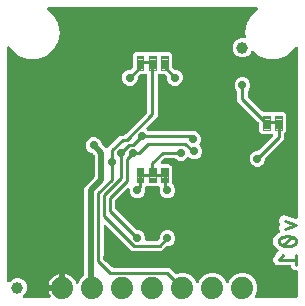
<source format=gbl>
G04 EAGLE Gerber RS-274X export*
G75*
%MOMM*%
%FSLAX34Y34*%
%LPD*%
%INBottom Copper*%
%IPPOS*%
%AMOC8*
5,1,8,0,0,1.08239X$1,22.5*%
G01*
%ADD10C,0.279400*%
%ADD11C,1.000000*%
%ADD12C,1.879600*%
%ADD13C,0.099059*%
%ADD14C,0.736600*%
%ADD15C,0.254000*%
%ADD16C,0.508000*%

G36*
X39865Y4070D02*
X39865Y4070D01*
X39905Y4067D01*
X40023Y4090D01*
X40141Y4105D01*
X40178Y4119D01*
X40217Y4127D01*
X40326Y4178D01*
X40437Y4222D01*
X40469Y4245D01*
X40505Y4262D01*
X40597Y4338D01*
X40694Y4408D01*
X40720Y4439D01*
X40750Y4464D01*
X40821Y4561D01*
X40897Y4653D01*
X40914Y4689D01*
X40938Y4722D01*
X40982Y4833D01*
X41033Y4941D01*
X41040Y4980D01*
X41055Y5017D01*
X41070Y5136D01*
X41092Y5253D01*
X41090Y5293D01*
X41095Y5333D01*
X41080Y5452D01*
X41073Y5571D01*
X41060Y5609D01*
X41055Y5648D01*
X41012Y5760D01*
X40975Y5873D01*
X40953Y5907D01*
X40939Y5944D01*
X40853Y6080D01*
X40589Y6443D01*
X39736Y8117D01*
X39155Y9904D01*
X39115Y10161D01*
X49530Y10161D01*
X49648Y10176D01*
X49767Y10183D01*
X49805Y10196D01*
X49845Y10201D01*
X49956Y10244D01*
X50069Y10281D01*
X50103Y10303D01*
X50141Y10318D01*
X50237Y10388D01*
X50338Y10451D01*
X50366Y10481D01*
X50398Y10504D01*
X50474Y10596D01*
X50556Y10683D01*
X50575Y10718D01*
X50601Y10749D01*
X50652Y10857D01*
X50709Y10961D01*
X50720Y11001D01*
X50737Y11037D01*
X50759Y11154D01*
X50789Y11269D01*
X50793Y11330D01*
X50797Y11350D01*
X50795Y11370D01*
X50799Y11430D01*
X50799Y12701D01*
X52070Y12701D01*
X52188Y12716D01*
X52307Y12723D01*
X52345Y12736D01*
X52385Y12741D01*
X52496Y12785D01*
X52609Y12821D01*
X52644Y12843D01*
X52681Y12858D01*
X52777Y12928D01*
X52878Y12991D01*
X52906Y13021D01*
X52939Y13045D01*
X53014Y13136D01*
X53096Y13223D01*
X53116Y13258D01*
X53141Y13290D01*
X53192Y13397D01*
X53250Y13502D01*
X53260Y13541D01*
X53277Y13577D01*
X53299Y13694D01*
X53329Y13809D01*
X53333Y13870D01*
X53337Y13890D01*
X53335Y13910D01*
X53339Y13970D01*
X53339Y24385D01*
X53596Y24345D01*
X55383Y23764D01*
X57057Y22911D01*
X58578Y21806D01*
X59906Y20478D01*
X61011Y18957D01*
X61864Y17283D01*
X62015Y16818D01*
X62028Y16791D01*
X62035Y16762D01*
X62095Y16647D01*
X62150Y16530D01*
X62169Y16507D01*
X62183Y16481D01*
X62271Y16385D01*
X62353Y16285D01*
X62377Y16268D01*
X62397Y16246D01*
X62506Y16174D01*
X62610Y16098D01*
X62638Y16087D01*
X62663Y16071D01*
X62786Y16029D01*
X62906Y15981D01*
X62936Y15977D01*
X62964Y15968D01*
X63093Y15957D01*
X63221Y15941D01*
X63251Y15945D01*
X63281Y15942D01*
X63409Y15965D01*
X63537Y15981D01*
X63565Y15992D01*
X63594Y15997D01*
X63712Y16050D01*
X63833Y16098D01*
X63857Y16115D01*
X63884Y16127D01*
X63985Y16208D01*
X64090Y16284D01*
X64109Y16307D01*
X64133Y16326D01*
X64210Y16429D01*
X64293Y16529D01*
X64306Y16556D01*
X64324Y16580D01*
X64395Y16725D01*
X65648Y19750D01*
X68970Y23072D01*
X69030Y23150D01*
X69098Y23222D01*
X69127Y23275D01*
X69164Y23323D01*
X69204Y23414D01*
X69252Y23501D01*
X69267Y23559D01*
X69291Y23615D01*
X69306Y23713D01*
X69331Y23809D01*
X69337Y23909D01*
X69341Y23929D01*
X69339Y23941D01*
X69341Y23969D01*
X69341Y96235D01*
X70192Y98289D01*
X77780Y105876D01*
X77840Y105954D01*
X77908Y106027D01*
X77937Y106080D01*
X77974Y106127D01*
X78014Y106218D01*
X78062Y106305D01*
X78077Y106364D01*
X78101Y106419D01*
X78116Y106517D01*
X78141Y106613D01*
X78147Y106713D01*
X78151Y106733D01*
X78149Y106746D01*
X78151Y106774D01*
X78151Y123952D01*
X78139Y124051D01*
X78136Y124150D01*
X78119Y124208D01*
X78111Y124268D01*
X78075Y124360D01*
X78047Y124455D01*
X78017Y124507D01*
X77994Y124564D01*
X77936Y124644D01*
X77886Y124729D01*
X77820Y124804D01*
X77808Y124821D01*
X77798Y124829D01*
X77780Y124850D01*
X76515Y126115D01*
X76507Y126120D01*
X76502Y126128D01*
X76382Y126218D01*
X76263Y126310D01*
X76255Y126313D01*
X76248Y126319D01*
X76103Y126390D01*
X73577Y127436D01*
X71683Y129330D01*
X70658Y131804D01*
X70658Y134482D01*
X71683Y136956D01*
X73577Y138850D01*
X76051Y139875D01*
X78729Y139875D01*
X81203Y138850D01*
X83097Y136956D01*
X84143Y134430D01*
X84148Y134422D01*
X84150Y134413D01*
X84227Y134284D01*
X84301Y134154D01*
X84307Y134147D01*
X84312Y134139D01*
X84418Y134018D01*
X86727Y131709D01*
X87172Y131264D01*
X87266Y131191D01*
X87356Y131112D01*
X87392Y131094D01*
X87424Y131069D01*
X87533Y131022D01*
X87639Y130968D01*
X87678Y130959D01*
X87716Y130943D01*
X87833Y130924D01*
X87949Y130898D01*
X87990Y130899D01*
X88030Y130893D01*
X88148Y130904D01*
X88267Y130908D01*
X88306Y130919D01*
X88346Y130923D01*
X88458Y130963D01*
X88573Y130996D01*
X88607Y131017D01*
X88646Y131030D01*
X88744Y131098D01*
X88847Y131158D01*
X88892Y131198D01*
X88909Y131209D01*
X88922Y131224D01*
X88967Y131264D01*
X100071Y142368D01*
X103355Y142368D01*
X103453Y142380D01*
X103552Y142383D01*
X103611Y142400D01*
X103671Y142408D01*
X103763Y142444D01*
X103858Y142472D01*
X103910Y142502D01*
X103966Y142525D01*
X104047Y142583D01*
X104132Y142633D01*
X104207Y142699D01*
X104224Y142711D01*
X104232Y142721D01*
X104253Y142739D01*
X122310Y160796D01*
X122370Y160875D01*
X122438Y160947D01*
X122467Y161000D01*
X122504Y161048D01*
X122544Y161139D01*
X122592Y161225D01*
X122607Y161284D01*
X122631Y161339D01*
X122646Y161437D01*
X122671Y161533D01*
X122677Y161633D01*
X122681Y161653D01*
X122679Y161666D01*
X122681Y161694D01*
X122681Y192558D01*
X122664Y192696D01*
X122651Y192835D01*
X122644Y192853D01*
X122641Y192873D01*
X122590Y193003D01*
X122543Y193134D01*
X122532Y193150D01*
X122524Y193169D01*
X122443Y193282D01*
X122364Y193397D01*
X122349Y193410D01*
X122338Y193426D01*
X122230Y193515D01*
X122126Y193607D01*
X122108Y193616D01*
X122093Y193629D01*
X121967Y193688D01*
X121842Y193752D01*
X121823Y193756D01*
X121805Y193765D01*
X121668Y193791D01*
X121532Y193821D01*
X121512Y193821D01*
X121493Y193824D01*
X121354Y193816D01*
X121214Y193811D01*
X121195Y193806D01*
X121175Y193805D01*
X121165Y193801D01*
X117885Y193801D01*
X117786Y193789D01*
X117687Y193786D01*
X117629Y193769D01*
X117569Y193761D01*
X117477Y193725D01*
X117382Y193697D01*
X117330Y193667D01*
X117273Y193644D01*
X117193Y193586D01*
X117108Y193536D01*
X117033Y193470D01*
X117016Y193458D01*
X117008Y193448D01*
X116987Y193430D01*
X115053Y191496D01*
X114993Y191418D01*
X114925Y191345D01*
X114896Y191292D01*
X114859Y191245D01*
X114819Y191154D01*
X114771Y191067D01*
X114756Y191008D01*
X114732Y190953D01*
X114717Y190855D01*
X114692Y190759D01*
X114686Y190659D01*
X114682Y190639D01*
X114684Y190626D01*
X114682Y190598D01*
X114682Y189161D01*
X113657Y186687D01*
X111763Y184793D01*
X109289Y183768D01*
X106611Y183768D01*
X104137Y184793D01*
X102243Y186687D01*
X101218Y189161D01*
X101218Y191839D01*
X102243Y194313D01*
X104137Y196207D01*
X106611Y197232D01*
X108048Y197232D01*
X108147Y197244D01*
X108246Y197247D01*
X108304Y197264D01*
X108364Y197272D01*
X108456Y197308D01*
X108551Y197336D01*
X108603Y197366D01*
X108660Y197389D01*
X108740Y197447D01*
X108825Y197497D01*
X108900Y197563D01*
X108917Y197575D01*
X108925Y197585D01*
X108946Y197603D01*
X109864Y198521D01*
X109924Y198599D01*
X109992Y198672D01*
X110021Y198725D01*
X110058Y198772D01*
X110098Y198863D01*
X110146Y198950D01*
X110161Y199009D01*
X110185Y199064D01*
X110200Y199162D01*
X110225Y199258D01*
X110231Y199358D01*
X110235Y199378D01*
X110233Y199391D01*
X110235Y199419D01*
X110235Y210523D01*
X112311Y212599D01*
X120861Y212599D01*
X120896Y212564D01*
X120984Y212495D01*
X121016Y212465D01*
X121024Y212461D01*
X121079Y212412D01*
X121115Y212394D01*
X121147Y212369D01*
X121256Y212322D01*
X121362Y212268D01*
X121402Y212259D01*
X121439Y212243D01*
X121556Y212224D01*
X121672Y212198D01*
X121713Y212199D01*
X121753Y212193D01*
X121872Y212204D01*
X121990Y212208D01*
X122029Y212219D01*
X122069Y212223D01*
X122181Y212263D01*
X122296Y212296D01*
X122331Y212317D01*
X122369Y212330D01*
X122467Y212397D01*
X122570Y212458D01*
X122615Y212497D01*
X122632Y212509D01*
X122645Y212524D01*
X122691Y212564D01*
X122725Y212599D01*
X131275Y212599D01*
X131310Y212564D01*
X131398Y212495D01*
X131430Y212465D01*
X131438Y212461D01*
X131493Y212412D01*
X131529Y212394D01*
X131561Y212369D01*
X131670Y212322D01*
X131776Y212268D01*
X131816Y212259D01*
X131853Y212243D01*
X131970Y212224D01*
X132086Y212198D01*
X132127Y212199D01*
X132167Y212193D01*
X132286Y212204D01*
X132404Y212208D01*
X132443Y212219D01*
X132483Y212223D01*
X132595Y212263D01*
X132710Y212296D01*
X132745Y212317D01*
X132783Y212330D01*
X132881Y212397D01*
X132984Y212458D01*
X133029Y212497D01*
X133046Y212509D01*
X133059Y212524D01*
X133105Y212564D01*
X133139Y212599D01*
X141689Y212599D01*
X143765Y210523D01*
X143765Y199419D01*
X143777Y199320D01*
X143780Y199221D01*
X143797Y199163D01*
X143805Y199103D01*
X143841Y199011D01*
X143869Y198916D01*
X143899Y198864D01*
X143922Y198807D01*
X143980Y198727D01*
X144030Y198642D01*
X144096Y198567D01*
X144108Y198550D01*
X144118Y198542D01*
X144136Y198521D01*
X145054Y197603D01*
X145132Y197543D01*
X145205Y197475D01*
X145258Y197446D01*
X145305Y197409D01*
X145396Y197369D01*
X145483Y197321D01*
X145542Y197306D01*
X145597Y197282D01*
X145695Y197267D01*
X145791Y197242D01*
X145891Y197236D01*
X145911Y197232D01*
X145924Y197234D01*
X145952Y197232D01*
X147389Y197232D01*
X149863Y196207D01*
X151757Y194313D01*
X152782Y191839D01*
X152782Y189161D01*
X151757Y186687D01*
X149863Y184793D01*
X147389Y183768D01*
X144711Y183768D01*
X142237Y184793D01*
X140343Y186687D01*
X139318Y189161D01*
X139318Y190598D01*
X139306Y190697D01*
X139303Y190796D01*
X139286Y190854D01*
X139278Y190914D01*
X139242Y191006D01*
X139214Y191101D01*
X139184Y191153D01*
X139161Y191210D01*
X139103Y191290D01*
X139053Y191375D01*
X138987Y191450D01*
X138975Y191467D01*
X138965Y191475D01*
X138947Y191496D01*
X137013Y193430D01*
X136935Y193490D01*
X136862Y193558D01*
X136809Y193587D01*
X136762Y193624D01*
X136671Y193664D01*
X136584Y193712D01*
X136525Y193727D01*
X136470Y193751D01*
X136372Y193766D01*
X136276Y193791D01*
X136176Y193797D01*
X136156Y193801D01*
X136143Y193799D01*
X136115Y193801D01*
X132789Y193801D01*
X132668Y193824D01*
X132649Y193823D01*
X132629Y193826D01*
X132490Y193813D01*
X132351Y193805D01*
X132332Y193798D01*
X132312Y193797D01*
X132181Y193749D01*
X132049Y193707D01*
X132032Y193696D01*
X132013Y193689D01*
X131898Y193611D01*
X131780Y193536D01*
X131766Y193522D01*
X131750Y193511D01*
X131657Y193406D01*
X131562Y193305D01*
X131552Y193287D01*
X131539Y193272D01*
X131476Y193148D01*
X131408Y193026D01*
X131403Y193007D01*
X131394Y192989D01*
X131364Y192853D01*
X131329Y192718D01*
X131327Y192691D01*
X131325Y192679D01*
X131325Y192659D01*
X131319Y192558D01*
X131319Y157590D01*
X122062Y148333D01*
X121989Y148239D01*
X121910Y148150D01*
X121892Y148114D01*
X121867Y148082D01*
X121820Y147973D01*
X121765Y147867D01*
X121757Y147827D01*
X121741Y147790D01*
X121722Y147672D01*
X121696Y147556D01*
X121697Y147516D01*
X121691Y147476D01*
X121702Y147357D01*
X121705Y147239D01*
X121717Y147200D01*
X121720Y147159D01*
X121761Y147047D01*
X121794Y146933D01*
X121814Y146898D01*
X121828Y146860D01*
X121895Y146762D01*
X121955Y146659D01*
X121995Y146614D01*
X122007Y146597D01*
X122022Y146584D01*
X122062Y146538D01*
X122940Y145660D01*
X123018Y145600D01*
X123090Y145532D01*
X123143Y145503D01*
X123191Y145466D01*
X123282Y145426D01*
X123369Y145378D01*
X123427Y145363D01*
X123483Y145339D01*
X123581Y145324D01*
X123676Y145299D01*
X123776Y145293D01*
X123797Y145289D01*
X123809Y145291D01*
X123837Y145289D01*
X160655Y145289D01*
X160723Y145251D01*
X160782Y145236D01*
X160837Y145212D01*
X160935Y145197D01*
X161031Y145172D01*
X161131Y145166D01*
X161151Y145162D01*
X161164Y145164D01*
X161192Y145162D01*
X162629Y145162D01*
X165103Y144137D01*
X166997Y142243D01*
X168022Y139769D01*
X168022Y137091D01*
X166961Y134531D01*
X166941Y134504D01*
X166893Y134395D01*
X166839Y134289D01*
X166830Y134250D01*
X166814Y134212D01*
X166796Y134095D01*
X166770Y133979D01*
X166771Y133938D01*
X166764Y133898D01*
X166776Y133780D01*
X166779Y133661D01*
X166791Y133622D01*
X166794Y133582D01*
X166835Y133470D01*
X166868Y133355D01*
X166888Y133320D01*
X166902Y133282D01*
X166969Y133184D01*
X167029Y133081D01*
X167069Y133036D01*
X167080Y133019D01*
X167096Y133006D01*
X167136Y132960D01*
X168267Y131829D01*
X169292Y129355D01*
X169292Y126677D01*
X168267Y124203D01*
X166373Y122309D01*
X163899Y121284D01*
X161221Y121284D01*
X158747Y122309D01*
X158250Y122805D01*
X158156Y122878D01*
X158067Y122957D01*
X158031Y122975D01*
X157999Y123000D01*
X157890Y123048D01*
X157784Y123102D01*
X157745Y123111D01*
X157707Y123127D01*
X157590Y123145D01*
X157474Y123171D01*
X157433Y123170D01*
X157393Y123177D01*
X157275Y123165D01*
X157156Y123162D01*
X157117Y123150D01*
X157077Y123147D01*
X156965Y123106D01*
X156850Y123073D01*
X156815Y123053D01*
X156777Y123039D01*
X156679Y122972D01*
X156576Y122912D01*
X156531Y122872D01*
X156514Y122861D01*
X156501Y122845D01*
X156455Y122805D01*
X154943Y121293D01*
X152469Y120268D01*
X149791Y120268D01*
X147317Y121293D01*
X146300Y122309D01*
X146222Y122370D01*
X146150Y122438D01*
X146097Y122467D01*
X146049Y122504D01*
X145958Y122544D01*
X145872Y122592D01*
X145813Y122607D01*
X145757Y122631D01*
X145659Y122646D01*
X145564Y122671D01*
X145464Y122677D01*
X145443Y122681D01*
X145431Y122679D01*
X145403Y122681D01*
X138205Y122681D01*
X138106Y122669D01*
X138007Y122666D01*
X137949Y122649D01*
X137889Y122641D01*
X137797Y122605D01*
X137702Y122577D01*
X137650Y122547D01*
X137593Y122524D01*
X137513Y122466D01*
X137428Y122416D01*
X137353Y122350D01*
X137336Y122338D01*
X137328Y122328D01*
X137307Y122310D01*
X134513Y119515D01*
X134428Y119406D01*
X134339Y119299D01*
X134331Y119280D01*
X134318Y119264D01*
X134263Y119136D01*
X134204Y119011D01*
X134200Y118991D01*
X134192Y118972D01*
X134170Y118834D01*
X134144Y118698D01*
X134145Y118678D01*
X134142Y118658D01*
X134155Y118519D01*
X134164Y118381D01*
X134170Y118362D01*
X134172Y118342D01*
X134219Y118210D01*
X134262Y118079D01*
X134272Y118061D01*
X134279Y118042D01*
X134357Y117927D01*
X134432Y117810D01*
X134447Y117796D01*
X134458Y117779D01*
X134562Y117687D01*
X134663Y117592D01*
X134681Y117582D01*
X134696Y117569D01*
X134820Y117505D01*
X134942Y117438D01*
X134962Y117433D01*
X134980Y117424D01*
X135115Y117394D01*
X135250Y117359D01*
X135278Y117357D01*
X135290Y117354D01*
X135310Y117355D01*
X135411Y117349D01*
X141689Y117349D01*
X143765Y115273D01*
X143765Y101231D01*
X143777Y101133D01*
X143780Y101034D01*
X143797Y100976D01*
X143805Y100916D01*
X143841Y100824D01*
X143869Y100728D01*
X143899Y100676D01*
X143922Y100620D01*
X143980Y100540D01*
X144030Y100454D01*
X144096Y100379D01*
X144108Y100363D01*
X144118Y100355D01*
X144136Y100334D01*
X145407Y99063D01*
X146432Y96589D01*
X146432Y93911D01*
X145407Y91437D01*
X143513Y89543D01*
X141039Y88518D01*
X138361Y88518D01*
X135887Y89543D01*
X133993Y91437D01*
X132968Y93911D01*
X132968Y96589D01*
X132999Y96662D01*
X133001Y96671D01*
X133006Y96679D01*
X133043Y96824D01*
X133083Y96969D01*
X133083Y96978D01*
X133085Y96987D01*
X133095Y97148D01*
X133095Y97308D01*
X133078Y97446D01*
X133065Y97585D01*
X133058Y97603D01*
X133055Y97623D01*
X133004Y97752D01*
X132957Y97884D01*
X132946Y97900D01*
X132938Y97919D01*
X132857Y98032D01*
X132778Y98147D01*
X132763Y98160D01*
X132752Y98176D01*
X132644Y98265D01*
X132540Y98357D01*
X132522Y98366D01*
X132507Y98379D01*
X132381Y98438D01*
X132256Y98502D01*
X132237Y98506D01*
X132219Y98515D01*
X132082Y98541D01*
X131946Y98571D01*
X131926Y98571D01*
X131907Y98574D01*
X131768Y98566D01*
X131628Y98561D01*
X131609Y98556D01*
X131589Y98555D01*
X131579Y98551D01*
X122375Y98551D01*
X122254Y98574D01*
X122235Y98573D01*
X122215Y98576D01*
X122076Y98563D01*
X121937Y98555D01*
X121918Y98548D01*
X121898Y98547D01*
X121767Y98499D01*
X121635Y98457D01*
X121618Y98446D01*
X121599Y98439D01*
X121484Y98361D01*
X121366Y98286D01*
X121352Y98272D01*
X121336Y98261D01*
X121243Y98156D01*
X121148Y98055D01*
X121138Y98037D01*
X121125Y98022D01*
X121062Y97898D01*
X120994Y97776D01*
X120989Y97757D01*
X120980Y97739D01*
X120950Y97603D01*
X120915Y97468D01*
X120913Y97441D01*
X120911Y97429D01*
X120911Y97409D01*
X120905Y97308D01*
X120905Y97148D01*
X120906Y97139D01*
X120905Y97130D01*
X120926Y96981D01*
X120945Y96833D01*
X120948Y96824D01*
X120949Y96815D01*
X121001Y96662D01*
X121032Y96589D01*
X121032Y93911D01*
X120007Y91437D01*
X118113Y89543D01*
X115639Y88518D01*
X112961Y88518D01*
X110487Y89543D01*
X108593Y91437D01*
X107568Y93911D01*
X107568Y96103D01*
X107551Y96240D01*
X107538Y96379D01*
X107531Y96398D01*
X107528Y96418D01*
X107477Y96547D01*
X107430Y96679D01*
X107419Y96695D01*
X107411Y96714D01*
X107330Y96826D01*
X107252Y96942D01*
X107236Y96955D01*
X107225Y96971D01*
X107117Y97060D01*
X107013Y97152D01*
X106995Y97161D01*
X106980Y97174D01*
X106854Y97234D01*
X106730Y97297D01*
X106710Y97301D01*
X106692Y97310D01*
X106556Y97336D01*
X106420Y97366D01*
X106399Y97366D01*
X106380Y97370D01*
X106241Y97361D01*
X106102Y97357D01*
X106082Y97351D01*
X106062Y97350D01*
X105930Y97307D01*
X105796Y97268D01*
X105779Y97258D01*
X105760Y97252D01*
X105642Y97177D01*
X105522Y97107D01*
X105501Y97088D01*
X105491Y97082D01*
X105477Y97067D01*
X105402Y97000D01*
X95749Y87348D01*
X95689Y87270D01*
X95621Y87198D01*
X95592Y87145D01*
X95555Y87097D01*
X95515Y87006D01*
X95467Y86919D01*
X95452Y86861D01*
X95428Y86805D01*
X95413Y86707D01*
X95388Y86612D01*
X95382Y86512D01*
X95378Y86491D01*
X95380Y86479D01*
X95378Y86451D01*
X95378Y80166D01*
X95390Y80067D01*
X95393Y79968D01*
X95410Y79910D01*
X95418Y79850D01*
X95454Y79758D01*
X95482Y79663D01*
X95512Y79611D01*
X95535Y79554D01*
X95593Y79474D01*
X95643Y79389D01*
X95709Y79314D01*
X95721Y79297D01*
X95731Y79289D01*
X95749Y79268D01*
X113304Y61713D01*
X113382Y61653D01*
X113455Y61585D01*
X113508Y61556D01*
X113555Y61519D01*
X113646Y61479D01*
X113733Y61431D01*
X113792Y61416D01*
X113847Y61392D01*
X113945Y61377D01*
X114041Y61352D01*
X114141Y61346D01*
X114161Y61342D01*
X114174Y61344D01*
X114202Y61342D01*
X115639Y61342D01*
X118113Y60317D01*
X120007Y58423D01*
X121032Y55949D01*
X121032Y53467D01*
X121047Y53349D01*
X121054Y53230D01*
X121067Y53192D01*
X121072Y53151D01*
X121115Y53041D01*
X121152Y52928D01*
X121174Y52893D01*
X121189Y52856D01*
X121258Y52760D01*
X121322Y52659D01*
X121352Y52631D01*
X121375Y52598D01*
X121467Y52522D01*
X121554Y52441D01*
X121589Y52421D01*
X121620Y52396D01*
X121728Y52345D01*
X121832Y52287D01*
X121872Y52277D01*
X121908Y52260D01*
X122025Y52238D01*
X122140Y52208D01*
X122200Y52204D01*
X122220Y52200D01*
X122241Y52202D01*
X122301Y52198D01*
X130654Y52198D01*
X130753Y52210D01*
X130852Y52213D01*
X130910Y52230D01*
X130970Y52238D01*
X131062Y52274D01*
X131157Y52302D01*
X131209Y52332D01*
X131266Y52355D01*
X131346Y52413D01*
X131431Y52463D01*
X131506Y52529D01*
X131523Y52541D01*
X131531Y52551D01*
X131552Y52569D01*
X132597Y53614D01*
X132657Y53692D01*
X132725Y53765D01*
X132754Y53818D01*
X132791Y53865D01*
X132831Y53956D01*
X132879Y54043D01*
X132894Y54102D01*
X132918Y54157D01*
X132933Y54255D01*
X132958Y54351D01*
X132964Y54451D01*
X132968Y54471D01*
X132966Y54484D01*
X132968Y54512D01*
X132968Y55949D01*
X133993Y58423D01*
X135887Y60317D01*
X138361Y61342D01*
X141039Y61342D01*
X143513Y60317D01*
X145407Y58423D01*
X146432Y55949D01*
X146432Y53271D01*
X145407Y50797D01*
X143513Y48903D01*
X141039Y47878D01*
X139602Y47878D01*
X139503Y47866D01*
X139404Y47863D01*
X139346Y47846D01*
X139286Y47838D01*
X139194Y47802D01*
X139099Y47774D01*
X139047Y47744D01*
X138990Y47721D01*
X138910Y47663D01*
X138825Y47613D01*
X138750Y47547D01*
X138733Y47535D01*
X138725Y47525D01*
X138704Y47507D01*
X134758Y43560D01*
X109723Y43560D01*
X106822Y46462D01*
X106821Y46462D01*
X87765Y65518D01*
X87656Y65603D01*
X87549Y65692D01*
X87530Y65700D01*
X87514Y65713D01*
X87386Y65768D01*
X87261Y65827D01*
X87241Y65831D01*
X87222Y65839D01*
X87084Y65861D01*
X86948Y65887D01*
X86928Y65886D01*
X86908Y65889D01*
X86769Y65876D01*
X86631Y65867D01*
X86612Y65861D01*
X86592Y65859D01*
X86460Y65812D01*
X86329Y65769D01*
X86311Y65758D01*
X86292Y65752D01*
X86177Y65673D01*
X86060Y65599D01*
X86046Y65584D01*
X86029Y65573D01*
X85937Y65469D01*
X85842Y65367D01*
X85832Y65350D01*
X85819Y65334D01*
X85755Y65211D01*
X85688Y65089D01*
X85683Y65069D01*
X85674Y65051D01*
X85644Y64915D01*
X85609Y64781D01*
X85607Y64753D01*
X85604Y64741D01*
X85605Y64720D01*
X85599Y64620D01*
X85599Y37875D01*
X85611Y37776D01*
X85614Y37677D01*
X85631Y37619D01*
X85639Y37559D01*
X85675Y37467D01*
X85703Y37372D01*
X85733Y37320D01*
X85756Y37263D01*
X85814Y37183D01*
X85864Y37098D01*
X85930Y37023D01*
X85942Y37006D01*
X85952Y36998D01*
X85970Y36977D01*
X92857Y30090D01*
X92935Y30030D01*
X93008Y29962D01*
X93061Y29933D01*
X93108Y29896D01*
X93199Y29856D01*
X93286Y29808D01*
X93345Y29793D01*
X93400Y29769D01*
X93498Y29754D01*
X93594Y29729D01*
X93694Y29723D01*
X93714Y29719D01*
X93727Y29721D01*
X93755Y29719D01*
X141489Y29719D01*
X146593Y24615D01*
X146616Y24597D01*
X146635Y24574D01*
X146741Y24500D01*
X146844Y24420D01*
X146871Y24408D01*
X146895Y24391D01*
X147017Y24345D01*
X147136Y24294D01*
X147165Y24289D01*
X147193Y24278D01*
X147322Y24264D01*
X147450Y24244D01*
X147479Y24247D01*
X147509Y24243D01*
X147637Y24261D01*
X147767Y24274D01*
X147794Y24284D01*
X147824Y24288D01*
X147976Y24340D01*
X149924Y25147D01*
X154876Y25147D01*
X159450Y23252D01*
X162952Y19751D01*
X163927Y17395D01*
X163996Y17274D01*
X164061Y17152D01*
X164075Y17137D01*
X164085Y17119D01*
X164182Y17019D01*
X164275Y16916D01*
X164292Y16905D01*
X164306Y16891D01*
X164424Y16818D01*
X164541Y16742D01*
X164560Y16735D01*
X164577Y16724D01*
X164710Y16684D01*
X164842Y16638D01*
X164862Y16637D01*
X164881Y16631D01*
X165020Y16624D01*
X165159Y16613D01*
X165179Y16617D01*
X165199Y16616D01*
X165335Y16644D01*
X165472Y16668D01*
X165491Y16676D01*
X165510Y16680D01*
X165635Y16741D01*
X165762Y16798D01*
X165778Y16811D01*
X165796Y16820D01*
X165902Y16910D01*
X166010Y16997D01*
X166023Y17013D01*
X166038Y17026D01*
X166118Y17140D01*
X166202Y17251D01*
X166214Y17276D01*
X166221Y17286D01*
X166228Y17305D01*
X166273Y17395D01*
X167248Y19750D01*
X170750Y23252D01*
X175324Y25147D01*
X180276Y25147D01*
X184850Y23252D01*
X188352Y19751D01*
X189327Y17395D01*
X189396Y17274D01*
X189461Y17152D01*
X189475Y17137D01*
X189485Y17119D01*
X189582Y17019D01*
X189675Y16916D01*
X189692Y16905D01*
X189706Y16891D01*
X189824Y16818D01*
X189941Y16742D01*
X189960Y16735D01*
X189977Y16724D01*
X190110Y16684D01*
X190242Y16638D01*
X190262Y16637D01*
X190281Y16631D01*
X190420Y16624D01*
X190559Y16613D01*
X190579Y16617D01*
X190599Y16616D01*
X190735Y16644D01*
X190872Y16668D01*
X190891Y16676D01*
X190910Y16680D01*
X191035Y16741D01*
X191162Y16798D01*
X191178Y16811D01*
X191196Y16820D01*
X191302Y16910D01*
X191410Y16997D01*
X191423Y17013D01*
X191438Y17026D01*
X191518Y17140D01*
X191602Y17251D01*
X191614Y17276D01*
X191621Y17286D01*
X191628Y17305D01*
X191673Y17395D01*
X192648Y19750D01*
X196150Y23252D01*
X200724Y25147D01*
X205676Y25147D01*
X210250Y23252D01*
X213752Y19750D01*
X215647Y15176D01*
X215647Y10224D01*
X213822Y5820D01*
X213809Y5772D01*
X213788Y5727D01*
X213767Y5619D01*
X213738Y5513D01*
X213738Y5463D01*
X213728Y5414D01*
X213735Y5305D01*
X213733Y5195D01*
X213745Y5147D01*
X213748Y5097D01*
X213782Y4993D01*
X213807Y4886D01*
X213831Y4842D01*
X213846Y4795D01*
X213905Y4702D01*
X213956Y4605D01*
X213990Y4568D01*
X214016Y4526D01*
X214096Y4451D01*
X214170Y4369D01*
X214212Y4342D01*
X214248Y4308D01*
X214344Y4255D01*
X214436Y4195D01*
X214483Y4178D01*
X214526Y4154D01*
X214633Y4127D01*
X214737Y4091D01*
X214786Y4087D01*
X214834Y4075D01*
X214995Y4065D01*
X248666Y4065D01*
X248784Y4080D01*
X248903Y4087D01*
X248941Y4100D01*
X248982Y4105D01*
X249092Y4148D01*
X249205Y4185D01*
X249240Y4207D01*
X249277Y4222D01*
X249373Y4291D01*
X249474Y4355D01*
X249502Y4385D01*
X249535Y4408D01*
X249611Y4500D01*
X249692Y4587D01*
X249712Y4622D01*
X249737Y4653D01*
X249788Y4761D01*
X249846Y4865D01*
X249856Y4905D01*
X249873Y4941D01*
X249895Y5058D01*
X249925Y5173D01*
X249929Y5233D01*
X249933Y5253D01*
X249931Y5274D01*
X249935Y5334D01*
X249935Y26489D01*
X249920Y26607D01*
X249913Y26726D01*
X249900Y26764D01*
X249895Y26804D01*
X249852Y26915D01*
X249815Y27028D01*
X249793Y27062D01*
X249778Y27100D01*
X249709Y27196D01*
X249645Y27297D01*
X249615Y27325D01*
X249592Y27357D01*
X249500Y27433D01*
X249413Y27515D01*
X249378Y27534D01*
X249347Y27560D01*
X249239Y27611D01*
X249135Y27668D01*
X249095Y27679D01*
X249059Y27696D01*
X248942Y27718D01*
X248827Y27748D01*
X248767Y27752D01*
X248747Y27756D01*
X248726Y27754D01*
X248666Y27758D01*
X246952Y27758D01*
X244347Y30362D01*
X244347Y30652D01*
X244332Y30770D01*
X244325Y30889D01*
X244312Y30927D01*
X244307Y30967D01*
X244264Y31078D01*
X244227Y31191D01*
X244205Y31225D01*
X244190Y31263D01*
X244121Y31359D01*
X244057Y31460D01*
X244027Y31487D01*
X244004Y31520D01*
X243912Y31596D01*
X243825Y31678D01*
X243790Y31697D01*
X243759Y31723D01*
X243651Y31774D01*
X243547Y31831D01*
X243507Y31841D01*
X243471Y31859D01*
X243354Y31881D01*
X243239Y31911D01*
X243179Y31914D01*
X243159Y31918D01*
X243138Y31917D01*
X243078Y31921D01*
X234123Y31921D01*
X234109Y31919D01*
X233983Y31913D01*
X232435Y31741D01*
X232324Y31809D01*
X232296Y31817D01*
X232271Y31831D01*
X232145Y31864D01*
X232020Y31902D01*
X231991Y31903D01*
X231980Y31906D01*
X230887Y32999D01*
X230876Y33008D01*
X230783Y33093D01*
X229566Y34066D01*
X229535Y34192D01*
X229522Y34218D01*
X229514Y34246D01*
X229448Y34358D01*
X229387Y34473D01*
X229367Y34495D01*
X229361Y34504D01*
X229361Y36050D01*
X229359Y36064D01*
X229354Y36190D01*
X229181Y37739D01*
X229249Y37850D01*
X229258Y37877D01*
X229272Y37903D01*
X229304Y38029D01*
X229342Y38154D01*
X229344Y38183D01*
X229347Y38193D01*
X230440Y39287D01*
X230449Y39298D01*
X230533Y39391D01*
X233694Y43342D01*
X233704Y43358D01*
X233717Y43372D01*
X233787Y43493D01*
X233860Y43613D01*
X233865Y43631D01*
X233875Y43648D01*
X233912Y43783D01*
X233953Y43917D01*
X233954Y43936D01*
X233959Y43954D01*
X233961Y44094D01*
X233968Y44235D01*
X233964Y44253D01*
X233964Y44272D01*
X233932Y44408D01*
X233903Y44546D01*
X233895Y44563D01*
X233891Y44582D01*
X233825Y44705D01*
X233763Y44832D01*
X233751Y44846D01*
X233742Y44863D01*
X233648Y44967D01*
X233557Y45073D01*
X233541Y45084D01*
X233529Y45098D01*
X233411Y45176D01*
X233297Y45256D01*
X233279Y45263D01*
X233263Y45273D01*
X233114Y45335D01*
X232165Y45661D01*
X229361Y49586D01*
X229361Y54410D01*
X232165Y58335D01*
X234042Y58978D01*
X234144Y59029D01*
X234249Y59071D01*
X234286Y59098D01*
X234328Y59119D01*
X234414Y59192D01*
X234506Y59260D01*
X234535Y59295D01*
X234569Y59325D01*
X234635Y59418D01*
X234707Y59506D01*
X234726Y59548D01*
X234752Y59585D01*
X234792Y59692D01*
X234840Y59795D01*
X234848Y59840D01*
X234865Y59883D01*
X234877Y59996D01*
X234898Y60108D01*
X234894Y60153D01*
X234900Y60199D01*
X234884Y60311D01*
X234876Y60425D01*
X234858Y60493D01*
X234855Y60514D01*
X234848Y60531D01*
X234835Y60581D01*
X234002Y63077D01*
X235213Y65498D01*
X235223Y65526D01*
X235238Y65552D01*
X235276Y65676D01*
X235319Y65798D01*
X235321Y65828D01*
X235330Y65857D01*
X235335Y65986D01*
X235346Y66115D01*
X235341Y66144D01*
X235343Y66174D01*
X235315Y66301D01*
X235294Y66429D01*
X235282Y66456D01*
X235276Y66485D01*
X235213Y66634D01*
X234002Y69055D01*
X235167Y72549D01*
X238461Y74196D01*
X248265Y70928D01*
X248269Y70927D01*
X248273Y70925D01*
X248423Y70897D01*
X248577Y70866D01*
X248581Y70867D01*
X248586Y70866D01*
X248738Y70875D01*
X248894Y70884D01*
X248898Y70885D01*
X248903Y70885D01*
X249049Y70933D01*
X249197Y70980D01*
X249201Y70982D01*
X249205Y70983D01*
X249336Y71066D01*
X249467Y71148D01*
X249470Y71151D01*
X249474Y71154D01*
X249580Y71266D01*
X249687Y71378D01*
X249689Y71382D01*
X249692Y71385D01*
X249766Y71519D01*
X249842Y71655D01*
X249843Y71660D01*
X249846Y71664D01*
X249884Y71811D01*
X249924Y71963D01*
X249924Y71967D01*
X249925Y71972D01*
X249935Y72132D01*
X249935Y215603D01*
X249917Y215748D01*
X249902Y215893D01*
X249897Y215906D01*
X249895Y215919D01*
X249842Y216054D01*
X249791Y216191D01*
X249783Y216202D01*
X249778Y216215D01*
X249693Y216332D01*
X249610Y216452D01*
X249599Y216461D01*
X249592Y216472D01*
X249480Y216565D01*
X249369Y216660D01*
X249357Y216666D01*
X249347Y216675D01*
X249215Y216737D01*
X249084Y216802D01*
X249071Y216805D01*
X249059Y216810D01*
X248917Y216838D01*
X248773Y216868D01*
X248760Y216868D01*
X248747Y216870D01*
X248602Y216861D01*
X248456Y216855D01*
X248442Y216851D01*
X248429Y216850D01*
X248291Y216806D01*
X248151Y216763D01*
X248139Y216756D01*
X248127Y216752D01*
X248004Y216675D01*
X247879Y216599D01*
X247869Y216589D01*
X247858Y216582D01*
X247758Y216476D01*
X247656Y216372D01*
X247646Y216357D01*
X247640Y216351D01*
X247632Y216336D01*
X247567Y216238D01*
X246185Y213845D01*
X240078Y208720D01*
X232586Y205993D01*
X224614Y205993D01*
X217122Y208720D01*
X212375Y212704D01*
X212244Y212788D01*
X212118Y212871D01*
X212113Y212873D01*
X212108Y212876D01*
X211961Y212925D01*
X211817Y212974D01*
X211811Y212974D01*
X211806Y212976D01*
X211652Y212987D01*
X211500Y212999D01*
X211494Y212998D01*
X211489Y212999D01*
X211339Y212971D01*
X211187Y212945D01*
X211181Y212942D01*
X211176Y212941D01*
X211037Y212877D01*
X210897Y212814D01*
X210892Y212810D01*
X210887Y212808D01*
X210769Y212712D01*
X210648Y212616D01*
X210645Y212611D01*
X210640Y212607D01*
X210550Y212485D01*
X210457Y212361D01*
X210454Y212354D01*
X210451Y212351D01*
X210448Y212342D01*
X210386Y212217D01*
X210023Y211341D01*
X207759Y209077D01*
X204801Y207851D01*
X201599Y207851D01*
X198641Y209077D01*
X196377Y211341D01*
X195151Y214299D01*
X195151Y217501D01*
X196377Y220459D01*
X198641Y222723D01*
X201599Y223949D01*
X204952Y223949D01*
X205022Y223958D01*
X205093Y223957D01*
X205179Y223977D01*
X205268Y223989D01*
X205333Y224015D01*
X205402Y224031D01*
X205481Y224073D01*
X205563Y224106D01*
X205620Y224147D01*
X205683Y224180D01*
X205749Y224240D01*
X205821Y224292D01*
X205866Y224347D01*
X205918Y224394D01*
X205967Y224469D01*
X206023Y224537D01*
X206054Y224601D01*
X206092Y224660D01*
X206121Y224745D01*
X206159Y224825D01*
X206172Y224894D01*
X206195Y224961D01*
X206202Y225050D01*
X206219Y225137D01*
X206214Y225208D01*
X206220Y225278D01*
X206202Y225438D01*
X205645Y228600D01*
X207029Y236451D01*
X211015Y243355D01*
X216185Y247694D01*
X216209Y247720D01*
X216238Y247740D01*
X216317Y247836D01*
X216401Y247927D01*
X216418Y247958D01*
X216441Y247985D01*
X216494Y248098D01*
X216553Y248207D01*
X216561Y248241D01*
X216576Y248273D01*
X216599Y248395D01*
X216630Y248515D01*
X216629Y248551D01*
X216636Y248586D01*
X216628Y248709D01*
X216627Y248833D01*
X216618Y248868D01*
X216616Y248903D01*
X216578Y249021D01*
X216546Y249141D01*
X216529Y249172D01*
X216518Y249205D01*
X216452Y249310D01*
X216391Y249419D01*
X216367Y249444D01*
X216348Y249474D01*
X216258Y249559D01*
X216172Y249649D01*
X216142Y249668D01*
X216116Y249692D01*
X216008Y249752D01*
X215903Y249818D01*
X215869Y249829D01*
X215838Y249846D01*
X215718Y249877D01*
X215600Y249914D01*
X215564Y249916D01*
X215530Y249925D01*
X215369Y249935D01*
X38631Y249935D01*
X38595Y249931D01*
X38560Y249933D01*
X38438Y249911D01*
X38315Y249895D01*
X38282Y249882D01*
X38247Y249876D01*
X38135Y249824D01*
X38019Y249778D01*
X37991Y249758D01*
X37959Y249743D01*
X37862Y249664D01*
X37762Y249592D01*
X37739Y249564D01*
X37712Y249542D01*
X37639Y249442D01*
X37559Y249347D01*
X37544Y249315D01*
X37523Y249286D01*
X37477Y249171D01*
X37424Y249059D01*
X37417Y249024D01*
X37404Y248991D01*
X37387Y248868D01*
X37364Y248747D01*
X37366Y248711D01*
X37361Y248676D01*
X37376Y248553D01*
X37384Y248429D01*
X37395Y248395D01*
X37399Y248360D01*
X37444Y248244D01*
X37482Y248127D01*
X37501Y248097D01*
X37513Y248064D01*
X37586Y247963D01*
X37652Y247858D01*
X37678Y247834D01*
X37698Y247805D01*
X37815Y247694D01*
X42985Y243356D01*
X46971Y236451D01*
X48355Y228600D01*
X46971Y220749D01*
X42985Y213845D01*
X36878Y208720D01*
X29386Y205993D01*
X21414Y205993D01*
X13922Y208720D01*
X7815Y213844D01*
X6433Y216238D01*
X6345Y216354D01*
X6260Y216472D01*
X6249Y216481D01*
X6241Y216491D01*
X6127Y216582D01*
X6015Y216675D01*
X6002Y216681D01*
X5992Y216689D01*
X5858Y216749D01*
X5727Y216810D01*
X5714Y216813D01*
X5701Y216818D01*
X5557Y216843D01*
X5414Y216870D01*
X5401Y216869D01*
X5388Y216872D01*
X5242Y216859D01*
X5097Y216850D01*
X5084Y216846D01*
X5071Y216845D01*
X4933Y216797D01*
X4795Y216752D01*
X4783Y216745D01*
X4770Y216741D01*
X4649Y216660D01*
X4526Y216582D01*
X4517Y216572D01*
X4505Y216565D01*
X4408Y216457D01*
X4308Y216351D01*
X4301Y216339D01*
X4292Y216329D01*
X4225Y216199D01*
X4154Y216072D01*
X4151Y216059D01*
X4145Y216047D01*
X4111Y215905D01*
X4075Y215764D01*
X4074Y215746D01*
X4072Y215737D01*
X4072Y215720D01*
X4065Y215603D01*
X4065Y18512D01*
X4082Y18374D01*
X4095Y18235D01*
X4102Y18216D01*
X4105Y18196D01*
X4156Y18067D01*
X4203Y17936D01*
X4214Y17919D01*
X4222Y17900D01*
X4303Y17788D01*
X4381Y17673D01*
X4397Y17659D01*
X4408Y17643D01*
X4516Y17554D01*
X4620Y17462D01*
X4638Y17453D01*
X4653Y17440D01*
X4779Y17381D01*
X4903Y17318D01*
X4923Y17313D01*
X4941Y17305D01*
X5077Y17279D01*
X5213Y17248D01*
X5234Y17249D01*
X5253Y17245D01*
X5392Y17254D01*
X5531Y17258D01*
X5551Y17263D01*
X5571Y17265D01*
X5703Y17307D01*
X5837Y17346D01*
X5854Y17356D01*
X5873Y17363D01*
X5991Y17437D01*
X6111Y17508D01*
X6132Y17526D01*
X6142Y17533D01*
X6156Y17548D01*
X6231Y17614D01*
X8141Y19523D01*
X11099Y20749D01*
X14301Y20749D01*
X17259Y19523D01*
X19523Y17259D01*
X20749Y14301D01*
X20749Y11099D01*
X19523Y8141D01*
X17614Y6231D01*
X17529Y6122D01*
X17440Y6015D01*
X17432Y5996D01*
X17419Y5980D01*
X17364Y5852D01*
X17305Y5727D01*
X17301Y5707D01*
X17293Y5688D01*
X17271Y5550D01*
X17245Y5414D01*
X17246Y5394D01*
X17243Y5374D01*
X17256Y5235D01*
X17265Y5097D01*
X17271Y5078D01*
X17273Y5058D01*
X17320Y4926D01*
X17363Y4795D01*
X17374Y4777D01*
X17380Y4758D01*
X17458Y4643D01*
X17533Y4526D01*
X17548Y4512D01*
X17559Y4495D01*
X17663Y4403D01*
X17764Y4308D01*
X17782Y4298D01*
X17797Y4285D01*
X17922Y4221D01*
X18043Y4154D01*
X18063Y4149D01*
X18081Y4140D01*
X18216Y4110D01*
X18351Y4075D01*
X18379Y4073D01*
X18391Y4070D01*
X18411Y4071D01*
X18512Y4065D01*
X39826Y4065D01*
X39865Y4070D01*
G37*
%LPC*%
G36*
X214561Y115188D02*
X214561Y115188D01*
X212087Y116213D01*
X210193Y118107D01*
X209168Y120581D01*
X209168Y123259D01*
X210193Y125733D01*
X212087Y127627D01*
X214561Y128652D01*
X215998Y128652D01*
X216097Y128664D01*
X216196Y128667D01*
X216254Y128684D01*
X216314Y128692D01*
X216406Y128728D01*
X216501Y128756D01*
X216553Y128786D01*
X216610Y128809D01*
X216690Y128867D01*
X216775Y128917D01*
X216850Y128983D01*
X216867Y128995D01*
X216875Y129005D01*
X216896Y129023D01*
X228707Y140835D01*
X228792Y140944D01*
X228881Y141051D01*
X228889Y141070D01*
X228902Y141086D01*
X228957Y141214D01*
X229016Y141339D01*
X229020Y141359D01*
X229028Y141378D01*
X229050Y141516D01*
X229076Y141652D01*
X229075Y141672D01*
X229078Y141692D01*
X229065Y141831D01*
X229056Y141969D01*
X229050Y141988D01*
X229048Y142008D01*
X229001Y142140D01*
X228958Y142271D01*
X228948Y142289D01*
X228941Y142308D01*
X228863Y142423D01*
X228788Y142540D01*
X228773Y142554D01*
X228762Y142571D01*
X228658Y142663D01*
X228557Y142758D01*
X228539Y142768D01*
X228524Y142781D01*
X228400Y142845D01*
X228278Y142912D01*
X228258Y142917D01*
X228240Y142926D01*
X228105Y142956D01*
X227970Y142991D01*
X227942Y142993D01*
X227930Y142996D01*
X227910Y142995D01*
X227809Y143001D01*
X219118Y143001D01*
X217042Y145077D01*
X217042Y152117D01*
X217030Y152216D01*
X217027Y152315D01*
X217010Y152373D01*
X217002Y152433D01*
X216966Y152525D01*
X216938Y152620D01*
X216908Y152672D01*
X216885Y152729D01*
X216827Y152809D01*
X216777Y152894D01*
X216711Y152969D01*
X216699Y152986D01*
X216689Y152994D01*
X216671Y153015D01*
X198881Y170804D01*
X198881Y178423D01*
X198869Y178521D01*
X198866Y178620D01*
X198849Y178678D01*
X198841Y178738D01*
X198805Y178830D01*
X198777Y178926D01*
X198747Y178978D01*
X198724Y179034D01*
X198666Y179114D01*
X198616Y179200D01*
X198550Y179275D01*
X198538Y179291D01*
X198528Y179299D01*
X198510Y179320D01*
X197493Y180337D01*
X196468Y182811D01*
X196468Y185489D01*
X197493Y187963D01*
X199387Y189857D01*
X201861Y190882D01*
X204539Y190882D01*
X207013Y189857D01*
X208907Y187963D01*
X209932Y185489D01*
X209932Y182811D01*
X208907Y180337D01*
X207890Y179320D01*
X207830Y179242D01*
X207762Y179170D01*
X207733Y179117D01*
X207696Y179069D01*
X207656Y178978D01*
X207608Y178891D01*
X207593Y178833D01*
X207569Y178777D01*
X207554Y178679D01*
X207529Y178584D01*
X207523Y178484D01*
X207519Y178463D01*
X207521Y178451D01*
X207519Y178423D01*
X207519Y174908D01*
X207531Y174809D01*
X207534Y174710D01*
X207551Y174652D01*
X207559Y174592D01*
X207595Y174500D01*
X207623Y174405D01*
X207653Y174353D01*
X207676Y174296D01*
X207734Y174216D01*
X207784Y174131D01*
X207850Y174056D01*
X207862Y174039D01*
X207872Y174031D01*
X207890Y174010D01*
X219730Y162170D01*
X219808Y162110D01*
X219881Y162042D01*
X219934Y162013D01*
X219981Y161976D01*
X220072Y161936D01*
X220159Y161888D01*
X220218Y161873D01*
X220273Y161849D01*
X220371Y161834D01*
X220467Y161809D01*
X220567Y161803D01*
X220587Y161799D01*
X220600Y161801D01*
X220628Y161799D01*
X227668Y161799D01*
X227703Y161764D01*
X227797Y161691D01*
X227886Y161612D01*
X227922Y161594D01*
X227954Y161569D01*
X228063Y161522D01*
X228169Y161468D01*
X228209Y161459D01*
X228246Y161443D01*
X228363Y161424D01*
X228479Y161398D01*
X228520Y161399D01*
X228560Y161393D01*
X228679Y161404D01*
X228797Y161408D01*
X228836Y161419D01*
X228876Y161423D01*
X228988Y161463D01*
X229103Y161496D01*
X229138Y161517D01*
X229176Y161530D01*
X229274Y161597D01*
X229377Y161658D01*
X229422Y161697D01*
X229439Y161709D01*
X229452Y161724D01*
X229498Y161764D01*
X229532Y161799D01*
X238082Y161799D01*
X240158Y159723D01*
X240158Y145077D01*
X238497Y143417D01*
X238437Y143339D01*
X238369Y143267D01*
X238340Y143214D01*
X238303Y143166D01*
X238263Y143075D01*
X238215Y142988D01*
X238200Y142930D01*
X238176Y142874D01*
X238161Y142776D01*
X238136Y142680D01*
X238130Y142580D01*
X238126Y142560D01*
X238128Y142548D01*
X238126Y142520D01*
X238126Y138038D01*
X223003Y122916D01*
X222943Y122838D01*
X222875Y122765D01*
X222846Y122712D01*
X222809Y122665D01*
X222769Y122574D01*
X222721Y122487D01*
X222706Y122428D01*
X222682Y122373D01*
X222667Y122275D01*
X222642Y122179D01*
X222636Y122079D01*
X222632Y122059D01*
X222634Y122046D01*
X222632Y122018D01*
X222632Y120581D01*
X221607Y118107D01*
X219713Y116213D01*
X217239Y115188D01*
X214561Y115188D01*
G37*
%LPD*%
G36*
X139338Y106629D02*
X139338Y106629D01*
X139360Y106633D01*
X139367Y106648D01*
X139376Y106654D01*
X139375Y106664D01*
X139382Y106680D01*
X139382Y109220D01*
X139370Y109239D01*
X139366Y109261D01*
X139351Y109268D01*
X139345Y109277D01*
X139335Y109276D01*
X139319Y109283D01*
X114681Y109283D01*
X114662Y109271D01*
X114640Y109267D01*
X114633Y109252D01*
X114624Y109246D01*
X114625Y109236D01*
X114618Y109220D01*
X114618Y106680D01*
X114630Y106661D01*
X114634Y106639D01*
X114649Y106632D01*
X114655Y106623D01*
X114665Y106624D01*
X114681Y106617D01*
X139319Y106617D01*
X139338Y106629D01*
G37*
%LPC*%
G36*
X39115Y15239D02*
X39115Y15239D01*
X39155Y15496D01*
X39736Y17283D01*
X40589Y18957D01*
X41694Y20478D01*
X43022Y21806D01*
X44543Y22911D01*
X46217Y23764D01*
X48004Y24345D01*
X48261Y24385D01*
X48261Y15239D01*
X39115Y15239D01*
G37*
%LPD*%
G36*
X128924Y201879D02*
X128924Y201879D01*
X128946Y201883D01*
X128953Y201898D01*
X128962Y201904D01*
X128961Y201914D01*
X128968Y201930D01*
X128968Y204470D01*
X128956Y204489D01*
X128952Y204511D01*
X128937Y204518D01*
X128931Y204527D01*
X128921Y204526D01*
X128905Y204533D01*
X114681Y204533D01*
X114662Y204521D01*
X114640Y204517D01*
X114633Y204502D01*
X114624Y204496D01*
X114625Y204486D01*
X114618Y204470D01*
X114618Y201930D01*
X114630Y201911D01*
X114634Y201889D01*
X114649Y201882D01*
X114655Y201873D01*
X114665Y201874D01*
X114681Y201867D01*
X128905Y201867D01*
X128924Y201879D01*
G37*
G36*
X235604Y151079D02*
X235604Y151079D01*
X235626Y151083D01*
X235633Y151098D01*
X235642Y151104D01*
X235641Y151114D01*
X235648Y151130D01*
X235648Y153670D01*
X235636Y153689D01*
X235632Y153711D01*
X235617Y153718D01*
X235611Y153727D01*
X235601Y153726D01*
X235585Y153733D01*
X221615Y153733D01*
X221596Y153721D01*
X221574Y153717D01*
X221567Y153702D01*
X221558Y153696D01*
X221559Y153686D01*
X221552Y153670D01*
X221552Y151130D01*
X221564Y151111D01*
X221568Y151089D01*
X221583Y151082D01*
X221589Y151073D01*
X221599Y151074D01*
X221615Y151067D01*
X235585Y151067D01*
X235604Y151079D01*
G37*
D10*
X238802Y69396D02*
X248793Y66066D01*
X238802Y62736D01*
X241300Y56161D02*
X241005Y56157D01*
X240711Y56147D01*
X240416Y56129D01*
X240122Y56105D01*
X239829Y56073D01*
X239537Y56035D01*
X239246Y55989D01*
X238956Y55936D01*
X238667Y55877D01*
X238380Y55811D01*
X238094Y55738D01*
X237810Y55658D01*
X237528Y55571D01*
X237249Y55478D01*
X236971Y55378D01*
X236697Y55271D01*
X236424Y55158D01*
X236155Y55038D01*
X235888Y54912D01*
X235785Y54874D01*
X235684Y54833D01*
X235585Y54789D01*
X235486Y54741D01*
X235390Y54690D01*
X235296Y54635D01*
X235203Y54577D01*
X235113Y54516D01*
X235025Y54451D01*
X234939Y54384D01*
X234856Y54313D01*
X234775Y54240D01*
X234697Y54164D01*
X234621Y54085D01*
X234549Y54003D01*
X234479Y53919D01*
X234413Y53832D01*
X234349Y53744D01*
X234289Y53653D01*
X234232Y53559D01*
X234178Y53464D01*
X234128Y53367D01*
X234081Y53269D01*
X234038Y53169D01*
X233998Y53067D01*
X233962Y52964D01*
X233930Y52860D01*
X233901Y52754D01*
X233876Y52648D01*
X233855Y52541D01*
X233838Y52433D01*
X233824Y52325D01*
X233815Y52216D01*
X233809Y52107D01*
X233807Y51998D01*
X233809Y51889D01*
X233815Y51780D01*
X233824Y51671D01*
X233838Y51563D01*
X233855Y51455D01*
X233876Y51348D01*
X233901Y51241D01*
X233930Y51136D01*
X233962Y51032D01*
X233998Y50929D01*
X234038Y50827D01*
X234081Y50727D01*
X234128Y50628D01*
X234179Y50531D01*
X234232Y50436D01*
X234289Y50343D01*
X234350Y50252D01*
X234413Y50163D01*
X234480Y50077D01*
X234549Y49992D01*
X234622Y49911D01*
X234697Y49832D01*
X234775Y49755D01*
X234856Y49682D01*
X234939Y49611D01*
X235025Y49544D01*
X235113Y49479D01*
X235204Y49418D01*
X235296Y49360D01*
X235391Y49305D01*
X235487Y49254D01*
X235585Y49206D01*
X235685Y49162D01*
X235786Y49121D01*
X235889Y49084D01*
X235888Y49084D02*
X236155Y48958D01*
X236424Y48838D01*
X236697Y48725D01*
X236971Y48618D01*
X237249Y48518D01*
X237528Y48425D01*
X237810Y48338D01*
X238094Y48258D01*
X238380Y48185D01*
X238667Y48119D01*
X238956Y48060D01*
X239246Y48007D01*
X239537Y47961D01*
X239829Y47923D01*
X240122Y47891D01*
X240416Y47867D01*
X240711Y47849D01*
X241005Y47839D01*
X241300Y47835D01*
X241300Y56161D02*
X241595Y56157D01*
X241889Y56147D01*
X242184Y56129D01*
X242478Y56105D01*
X242771Y56073D01*
X243063Y56035D01*
X243354Y55989D01*
X243644Y55936D01*
X243933Y55877D01*
X244220Y55811D01*
X244506Y55738D01*
X244790Y55658D01*
X245072Y55571D01*
X245351Y55478D01*
X245629Y55378D01*
X245903Y55271D01*
X246176Y55158D01*
X246445Y55038D01*
X246712Y54912D01*
X246815Y54874D01*
X246916Y54833D01*
X247015Y54789D01*
X247114Y54741D01*
X247210Y54690D01*
X247304Y54635D01*
X247397Y54577D01*
X247487Y54516D01*
X247575Y54451D01*
X247661Y54384D01*
X247744Y54313D01*
X247825Y54240D01*
X247903Y54164D01*
X247979Y54085D01*
X248051Y54003D01*
X248121Y53919D01*
X248187Y53832D01*
X248251Y53744D01*
X248311Y53653D01*
X248368Y53559D01*
X248422Y53464D01*
X248472Y53367D01*
X248519Y53269D01*
X248562Y53169D01*
X248602Y53067D01*
X248638Y52964D01*
X248670Y52860D01*
X248699Y52754D01*
X248724Y52648D01*
X248745Y52541D01*
X248762Y52433D01*
X248776Y52325D01*
X248785Y52216D01*
X248791Y52107D01*
X248793Y51998D01*
X246712Y49084D02*
X246445Y48958D01*
X246176Y48838D01*
X245903Y48725D01*
X245629Y48618D01*
X245351Y48518D01*
X245072Y48425D01*
X244790Y48338D01*
X244506Y48258D01*
X244220Y48185D01*
X243933Y48119D01*
X243644Y48060D01*
X243354Y48007D01*
X243063Y47961D01*
X242771Y47923D01*
X242478Y47891D01*
X242184Y47867D01*
X241889Y47849D01*
X241595Y47839D01*
X241300Y47835D01*
X246711Y49084D02*
X246814Y49121D01*
X246915Y49162D01*
X247015Y49206D01*
X247113Y49254D01*
X247209Y49305D01*
X247304Y49360D01*
X247396Y49418D01*
X247487Y49479D01*
X247575Y49544D01*
X247661Y49612D01*
X247744Y49682D01*
X247825Y49756D01*
X247903Y49832D01*
X247978Y49911D01*
X248051Y49992D01*
X248120Y50077D01*
X248187Y50163D01*
X248250Y50252D01*
X248311Y50343D01*
X248368Y50436D01*
X248421Y50531D01*
X248472Y50628D01*
X248519Y50727D01*
X248562Y50827D01*
X248602Y50929D01*
X248638Y51032D01*
X248670Y51136D01*
X248699Y51241D01*
X248724Y51348D01*
X248745Y51455D01*
X248762Y51563D01*
X248776Y51671D01*
X248785Y51780D01*
X248791Y51889D01*
X248793Y51998D01*
X245463Y55328D02*
X237137Y48668D01*
X237137Y40529D02*
X233807Y36367D01*
X248793Y36367D01*
X248793Y40529D02*
X248793Y32204D01*
D11*
X12700Y12700D03*
X203200Y215900D03*
D12*
X50800Y12700D03*
X76200Y12700D03*
X101600Y12700D03*
X127000Y12700D03*
X152400Y12700D03*
X177800Y12700D03*
X203200Y12700D03*
D13*
X140221Y209055D02*
X134607Y209055D01*
X140221Y209055D02*
X140221Y197345D01*
X134607Y197345D01*
X134607Y209055D01*
X134607Y198286D02*
X140221Y198286D01*
X140221Y199227D02*
X134607Y199227D01*
X134607Y200168D02*
X140221Y200168D01*
X140221Y201109D02*
X134607Y201109D01*
X134607Y202050D02*
X140221Y202050D01*
X140221Y202991D02*
X134607Y202991D01*
X134607Y203932D02*
X140221Y203932D01*
X140221Y204873D02*
X134607Y204873D01*
X134607Y205814D02*
X140221Y205814D01*
X140221Y206755D02*
X134607Y206755D01*
X134607Y207696D02*
X140221Y207696D01*
X140221Y208637D02*
X134607Y208637D01*
X129807Y209055D02*
X124193Y209055D01*
X129807Y209055D02*
X129807Y197345D01*
X124193Y197345D01*
X124193Y209055D01*
X124193Y198286D02*
X129807Y198286D01*
X129807Y199227D02*
X124193Y199227D01*
X124193Y200168D02*
X129807Y200168D01*
X129807Y201109D02*
X124193Y201109D01*
X124193Y202050D02*
X129807Y202050D01*
X129807Y202991D02*
X124193Y202991D01*
X124193Y203932D02*
X129807Y203932D01*
X129807Y204873D02*
X124193Y204873D01*
X124193Y205814D02*
X129807Y205814D01*
X129807Y206755D02*
X124193Y206755D01*
X124193Y207696D02*
X129807Y207696D01*
X129807Y208637D02*
X124193Y208637D01*
X119393Y209055D02*
X113779Y209055D01*
X119393Y209055D02*
X119393Y197345D01*
X113779Y197345D01*
X113779Y209055D01*
X113779Y198286D02*
X119393Y198286D01*
X119393Y199227D02*
X113779Y199227D01*
X113779Y200168D02*
X119393Y200168D01*
X119393Y201109D02*
X113779Y201109D01*
X113779Y202050D02*
X119393Y202050D01*
X119393Y202991D02*
X113779Y202991D01*
X113779Y203932D02*
X119393Y203932D01*
X119393Y204873D02*
X113779Y204873D01*
X113779Y205814D02*
X119393Y205814D01*
X119393Y206755D02*
X113779Y206755D01*
X113779Y207696D02*
X119393Y207696D01*
X119393Y208637D02*
X113779Y208637D01*
X134607Y113805D02*
X140221Y113805D01*
X140221Y102095D01*
X134607Y102095D01*
X134607Y113805D01*
X134607Y103036D02*
X140221Y103036D01*
X140221Y103977D02*
X134607Y103977D01*
X134607Y104918D02*
X140221Y104918D01*
X140221Y105859D02*
X134607Y105859D01*
X134607Y106800D02*
X140221Y106800D01*
X140221Y107741D02*
X134607Y107741D01*
X134607Y108682D02*
X140221Y108682D01*
X140221Y109623D02*
X134607Y109623D01*
X134607Y110564D02*
X140221Y110564D01*
X140221Y111505D02*
X134607Y111505D01*
X134607Y112446D02*
X140221Y112446D01*
X140221Y113387D02*
X134607Y113387D01*
X129807Y113805D02*
X124193Y113805D01*
X129807Y113805D02*
X129807Y102095D01*
X124193Y102095D01*
X124193Y113805D01*
X124193Y103036D02*
X129807Y103036D01*
X129807Y103977D02*
X124193Y103977D01*
X124193Y104918D02*
X129807Y104918D01*
X129807Y105859D02*
X124193Y105859D01*
X124193Y106800D02*
X129807Y106800D01*
X129807Y107741D02*
X124193Y107741D01*
X124193Y108682D02*
X129807Y108682D01*
X129807Y109623D02*
X124193Y109623D01*
X124193Y110564D02*
X129807Y110564D01*
X129807Y111505D02*
X124193Y111505D01*
X124193Y112446D02*
X129807Y112446D01*
X129807Y113387D02*
X124193Y113387D01*
X119393Y113805D02*
X113779Y113805D01*
X119393Y113805D02*
X119393Y102095D01*
X113779Y102095D01*
X113779Y113805D01*
X113779Y103036D02*
X119393Y103036D01*
X119393Y103977D02*
X113779Y103977D01*
X113779Y104918D02*
X119393Y104918D01*
X119393Y105859D02*
X113779Y105859D01*
X113779Y106800D02*
X119393Y106800D01*
X119393Y107741D02*
X113779Y107741D01*
X113779Y108682D02*
X119393Y108682D01*
X119393Y109623D02*
X113779Y109623D01*
X113779Y110564D02*
X119393Y110564D01*
X119393Y111505D02*
X113779Y111505D01*
X113779Y112446D02*
X119393Y112446D01*
X119393Y113387D02*
X113779Y113387D01*
X220586Y146545D02*
X226200Y146545D01*
X220586Y146545D02*
X220586Y158255D01*
X226200Y158255D01*
X226200Y146545D01*
X226200Y147486D02*
X220586Y147486D01*
X220586Y148427D02*
X226200Y148427D01*
X226200Y149368D02*
X220586Y149368D01*
X220586Y150309D02*
X226200Y150309D01*
X226200Y151250D02*
X220586Y151250D01*
X220586Y152191D02*
X226200Y152191D01*
X226200Y153132D02*
X220586Y153132D01*
X220586Y154073D02*
X226200Y154073D01*
X226200Y155014D02*
X220586Y155014D01*
X220586Y155955D02*
X226200Y155955D01*
X226200Y156896D02*
X220586Y156896D01*
X220586Y157837D02*
X226200Y157837D01*
X231000Y146545D02*
X236614Y146545D01*
X231000Y146545D02*
X231000Y158255D01*
X236614Y158255D01*
X236614Y146545D01*
X236614Y147486D02*
X231000Y147486D01*
X231000Y148427D02*
X236614Y148427D01*
X236614Y149368D02*
X231000Y149368D01*
X231000Y150309D02*
X236614Y150309D01*
X236614Y151250D02*
X231000Y151250D01*
X231000Y152191D02*
X236614Y152191D01*
X236614Y153132D02*
X231000Y153132D01*
X231000Y154073D02*
X236614Y154073D01*
X236614Y155014D02*
X231000Y155014D01*
X231000Y155955D02*
X236614Y155955D01*
X236614Y156896D02*
X231000Y156896D01*
X231000Y157837D02*
X236614Y157837D01*
D14*
X151130Y127000D03*
X215900Y121920D03*
D15*
X127000Y118110D02*
X127000Y107950D01*
D16*
X74930Y95123D02*
X74930Y13970D01*
X76200Y12700D01*
X83740Y126793D02*
X77390Y133143D01*
X83740Y126793D02*
X83740Y103933D01*
X74930Y95123D01*
D14*
X77390Y133143D03*
D15*
X135890Y127000D02*
X151130Y127000D01*
X135890Y127000D02*
X127000Y118110D01*
X215900Y121920D02*
X233807Y139827D01*
X233807Y152400D01*
D14*
X143510Y119380D03*
X101600Y144780D03*
X241300Y12700D03*
X67310Y143510D03*
X50800Y241300D03*
X203200Y241300D03*
X186690Y110490D03*
X157480Y151130D03*
X74930Y114300D03*
X139700Y38100D03*
X114300Y38100D03*
X101600Y82550D03*
X88900Y38100D03*
X162560Y128016D03*
D15*
X161290Y128016D01*
X154940Y134366D01*
X122936Y134366D01*
X115570Y127000D01*
X110490Y127000D01*
D14*
X110490Y127000D03*
X114300Y54610D03*
D15*
X105410Y121920D02*
X110490Y127000D01*
X105410Y121920D02*
X105410Y103117D01*
X91059Y88766D01*
X91059Y77851D01*
X114300Y54610D01*
D14*
X118110Y140970D03*
D15*
X158750Y140970D02*
X161290Y138430D01*
X158750Y140970D02*
X118110Y140970D01*
D14*
X161290Y138430D03*
D15*
X118110Y140970D02*
X110871Y133731D01*
D14*
X100330Y127000D03*
D15*
X107061Y133731D01*
X110871Y133731D01*
D14*
X139700Y54610D03*
D15*
X111512Y47879D02*
X86360Y73031D01*
X100330Y105410D02*
X100330Y127000D01*
X100330Y105410D02*
X86360Y91440D01*
X86360Y73031D01*
X132969Y47879D02*
X139700Y54610D01*
X132969Y47879D02*
X111512Y47879D01*
D14*
X92710Y119380D03*
D15*
X127000Y159379D02*
X127000Y203200D01*
X105670Y138049D02*
X101860Y138049D01*
X105670Y138049D02*
X127000Y159379D01*
X92710Y119380D02*
X92710Y104140D01*
X81280Y92710D01*
X81280Y35560D02*
X91440Y25400D01*
X139700Y25400D01*
X152400Y12700D01*
X81280Y35560D02*
X81280Y92710D01*
X92710Y119380D02*
X92710Y128899D01*
X101860Y138049D01*
D14*
X107950Y190500D03*
D15*
X116586Y199136D01*
X116586Y203200D01*
D14*
X146050Y190500D03*
D15*
X137414Y199136D01*
X137414Y203200D01*
D14*
X139700Y95250D03*
D15*
X137414Y97536D01*
X137414Y107950D01*
D14*
X114300Y95250D03*
D15*
X116586Y97536D01*
X116586Y107950D01*
X203200Y172593D02*
X223393Y152400D01*
X203200Y172593D02*
X203200Y184150D01*
D14*
X203200Y184150D03*
M02*

</source>
